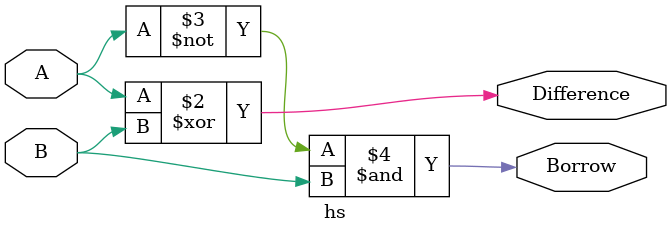
<source format=v>
`timescale 1ns / 1ps

module hs(
    input A, B,
    output reg Difference, Borrow
);
    always @(A or B) begin
        Difference = A ^ B;
        Borrow = ~A & B;
    end
endmodule


</source>
